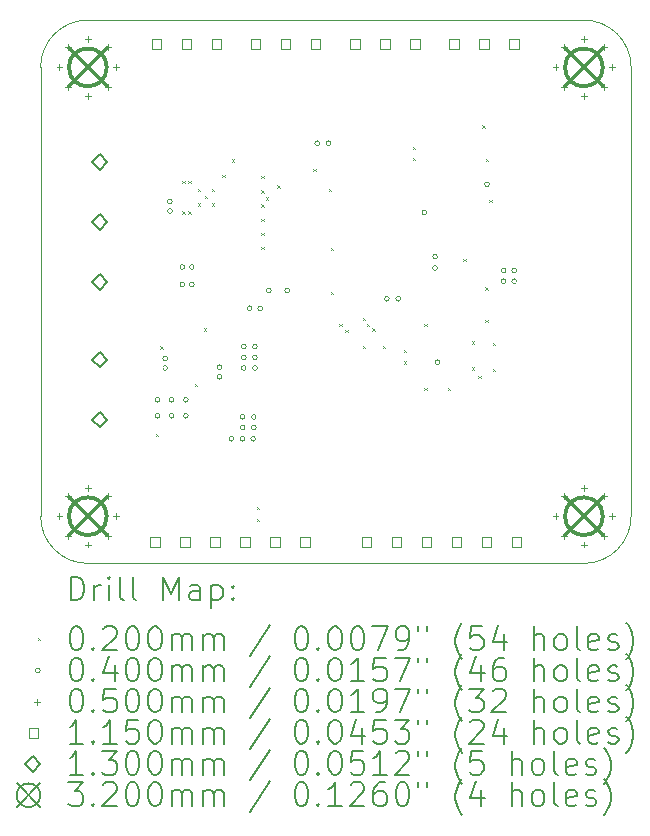
<source format=gbr>
%TF.GenerationSoftware,KiCad,Pcbnew,(6.0.7)*%
%TF.CreationDate,2022-10-13T18:06:49+02:00*%
%TF.ProjectId,TMC6300-dev,544d4336-3330-4302-9d64-65762e6b6963,rev?*%
%TF.SameCoordinates,Original*%
%TF.FileFunction,Drillmap*%
%TF.FilePolarity,Positive*%
%FSLAX45Y45*%
G04 Gerber Fmt 4.5, Leading zero omitted, Abs format (unit mm)*
G04 Created by KiCad (PCBNEW (6.0.7)) date 2022-10-13 18:06:49*
%MOMM*%
%LPD*%
G01*
G04 APERTURE LIST*
%ADD10C,0.050000*%
%ADD11C,0.200000*%
%ADD12C,0.020000*%
%ADD13C,0.040000*%
%ADD14C,0.115000*%
%ADD15C,0.130000*%
%ADD16C,0.320000*%
G04 APERTURE END LIST*
D10*
X17900000Y-12300000D02*
X13700000Y-12300000D01*
X13700000Y-7700000D02*
X17900000Y-7700000D01*
X13300000Y-11900000D02*
G75*
G03*
X13700000Y-12300000I400000J0D01*
G01*
X13700000Y-7700000D02*
G75*
G03*
X13300000Y-8100000I0J-400000D01*
G01*
X13300000Y-11900000D02*
X13300000Y-8100000D01*
X17900000Y-12300000D02*
G75*
G03*
X18300000Y-11900000I0J400000D01*
G01*
X18300000Y-8100000D02*
X18300000Y-11900000D01*
X18300000Y-8100000D02*
G75*
G03*
X17900000Y-7700000I-400000J0D01*
G01*
D11*
D12*
X14275000Y-11205000D02*
X14295000Y-11225000D01*
X14295000Y-11205000D02*
X14275000Y-11225000D01*
X14313000Y-10463000D02*
X14333000Y-10483000D01*
X14333000Y-10463000D02*
X14313000Y-10483000D01*
X14500000Y-9060000D02*
X14520000Y-9080000D01*
X14520000Y-9060000D02*
X14500000Y-9080000D01*
X14500000Y-9320000D02*
X14520000Y-9340000D01*
X14520000Y-9320000D02*
X14500000Y-9340000D01*
X14550000Y-9060000D02*
X14570000Y-9080000D01*
X14570000Y-9060000D02*
X14550000Y-9080000D01*
X14550000Y-9320000D02*
X14570000Y-9340000D01*
X14570000Y-9320000D02*
X14550000Y-9340000D01*
X14605000Y-10780000D02*
X14625000Y-10800000D01*
X14625000Y-10780000D02*
X14605000Y-10800000D01*
X14630000Y-9130000D02*
X14650000Y-9150000D01*
X14650000Y-9130000D02*
X14630000Y-9150000D01*
X14630000Y-9250000D02*
X14650000Y-9270000D01*
X14650000Y-9250000D02*
X14630000Y-9270000D01*
X14680000Y-10310000D02*
X14700000Y-10330000D01*
X14700000Y-10310000D02*
X14680000Y-10330000D01*
X14690000Y-9190000D02*
X14710000Y-9210000D01*
X14710000Y-9190000D02*
X14690000Y-9210000D01*
X14750000Y-9130000D02*
X14770000Y-9150000D01*
X14770000Y-9130000D02*
X14750000Y-9150000D01*
X14750000Y-9250000D02*
X14770000Y-9270000D01*
X14770000Y-9250000D02*
X14750000Y-9270000D01*
X14840000Y-9010000D02*
X14860000Y-9030000D01*
X14860000Y-9010000D02*
X14840000Y-9030000D01*
X14920000Y-8880000D02*
X14940000Y-8900000D01*
X14940000Y-8880000D02*
X14920000Y-8900000D01*
X15130000Y-11820000D02*
X15150000Y-11840000D01*
X15150000Y-11820000D02*
X15130000Y-11840000D01*
X15130000Y-11920000D02*
X15150000Y-11940000D01*
X15150000Y-11920000D02*
X15130000Y-11940000D01*
X15170000Y-9020000D02*
X15190000Y-9040000D01*
X15190000Y-9020000D02*
X15170000Y-9040000D01*
X15170000Y-9140000D02*
X15190000Y-9160000D01*
X15190000Y-9140000D02*
X15170000Y-9160000D01*
X15170000Y-9260000D02*
X15190000Y-9280000D01*
X15190000Y-9260000D02*
X15170000Y-9280000D01*
X15170000Y-9380000D02*
X15190000Y-9400000D01*
X15190000Y-9380000D02*
X15170000Y-9400000D01*
X15170000Y-9500000D02*
X15190000Y-9520000D01*
X15190000Y-9500000D02*
X15170000Y-9520000D01*
X15170000Y-9620000D02*
X15190000Y-9640000D01*
X15190000Y-9620000D02*
X15170000Y-9640000D01*
X15205000Y-9200000D02*
X15225000Y-9220000D01*
X15225000Y-9200000D02*
X15205000Y-9220000D01*
X15305000Y-9100000D02*
X15325000Y-9120000D01*
X15325000Y-9100000D02*
X15305000Y-9120000D01*
X15610000Y-8960000D02*
X15630000Y-8980000D01*
X15630000Y-8960000D02*
X15610000Y-8980000D01*
X15740000Y-9130000D02*
X15760000Y-9150000D01*
X15760000Y-9130000D02*
X15740000Y-9150000D01*
X15760000Y-9630000D02*
X15780000Y-9650000D01*
X15780000Y-9630000D02*
X15760000Y-9650000D01*
X15760000Y-10000000D02*
X15780000Y-10020000D01*
X15780000Y-10000000D02*
X15760000Y-10020000D01*
X15830000Y-10270000D02*
X15850000Y-10290000D01*
X15850000Y-10270000D02*
X15830000Y-10290000D01*
X15880000Y-10320000D02*
X15900000Y-10340000D01*
X15900000Y-10320000D02*
X15880000Y-10340000D01*
X16030000Y-10220000D02*
X16050000Y-10240000D01*
X16050000Y-10220000D02*
X16030000Y-10240000D01*
X16030000Y-10460000D02*
X16050000Y-10480000D01*
X16050000Y-10460000D02*
X16030000Y-10480000D01*
X16060000Y-10270000D02*
X16080000Y-10290000D01*
X16080000Y-10270000D02*
X16060000Y-10290000D01*
X16110000Y-10310000D02*
X16130000Y-10330000D01*
X16130000Y-10310000D02*
X16110000Y-10330000D01*
X16200000Y-10460000D02*
X16220000Y-10480000D01*
X16220000Y-10460000D02*
X16200000Y-10480000D01*
X16375000Y-10490000D02*
X16395000Y-10510000D01*
X16395000Y-10490000D02*
X16375000Y-10510000D01*
X16375000Y-10590000D02*
X16395000Y-10610000D01*
X16395000Y-10590000D02*
X16375000Y-10610000D01*
X16450000Y-8772000D02*
X16470000Y-8792000D01*
X16470000Y-8772000D02*
X16450000Y-8792000D01*
X16452000Y-8868000D02*
X16472000Y-8888000D01*
X16472000Y-8868000D02*
X16452000Y-8888000D01*
X16550000Y-10270000D02*
X16570000Y-10290000D01*
X16570000Y-10270000D02*
X16550000Y-10290000D01*
X16550000Y-10815000D02*
X16570000Y-10835000D01*
X16570000Y-10815000D02*
X16550000Y-10835000D01*
X16750000Y-10815000D02*
X16770000Y-10835000D01*
X16770000Y-10815000D02*
X16750000Y-10835000D01*
X16880000Y-9720000D02*
X16900000Y-9740000D01*
X16900000Y-9720000D02*
X16880000Y-9740000D01*
X16950000Y-10420000D02*
X16970000Y-10440000D01*
X16970000Y-10420000D02*
X16950000Y-10440000D01*
X16950000Y-10640000D02*
X16970000Y-10660000D01*
X16970000Y-10640000D02*
X16950000Y-10660000D01*
X17005000Y-10710000D02*
X17025000Y-10730000D01*
X17025000Y-10710000D02*
X17005000Y-10730000D01*
X17040000Y-8590000D02*
X17060000Y-8610000D01*
X17060000Y-8590000D02*
X17040000Y-8610000D01*
X17065000Y-9962000D02*
X17085000Y-9982000D01*
X17085000Y-9962000D02*
X17065000Y-9982000D01*
X17065000Y-10235000D02*
X17085000Y-10255000D01*
X17085000Y-10235000D02*
X17065000Y-10255000D01*
X17070000Y-8876000D02*
X17090000Y-8896000D01*
X17090000Y-8876000D02*
X17070000Y-8896000D01*
X17100000Y-9220000D02*
X17120000Y-9240000D01*
X17120000Y-9220000D02*
X17100000Y-9240000D01*
X17130000Y-10430000D02*
X17150000Y-10450000D01*
X17150000Y-10430000D02*
X17130000Y-10450000D01*
X17130000Y-10650000D02*
X17150000Y-10670000D01*
X17150000Y-10650000D02*
X17130000Y-10670000D01*
D13*
X14310000Y-10915000D02*
G75*
G03*
X14310000Y-10915000I-20000J0D01*
G01*
X14310000Y-11050000D02*
G75*
G03*
X14310000Y-11050000I-20000J0D01*
G01*
X14375000Y-10565000D02*
G75*
G03*
X14375000Y-10565000I-20000J0D01*
G01*
X14375000Y-10645000D02*
G75*
G03*
X14375000Y-10645000I-20000J0D01*
G01*
X14415000Y-9235000D02*
G75*
G03*
X14415000Y-9235000I-20000J0D01*
G01*
X14415000Y-9315000D02*
G75*
G03*
X14415000Y-9315000I-20000J0D01*
G01*
X14430000Y-10915000D02*
G75*
G03*
X14430000Y-10915000I-20000J0D01*
G01*
X14430000Y-11050000D02*
G75*
G03*
X14430000Y-11050000I-20000J0D01*
G01*
X14520000Y-9790000D02*
G75*
G03*
X14520000Y-9790000I-20000J0D01*
G01*
X14520000Y-9940000D02*
G75*
G03*
X14520000Y-9940000I-20000J0D01*
G01*
X14550000Y-10915000D02*
G75*
G03*
X14550000Y-10915000I-20000J0D01*
G01*
X14550000Y-11050000D02*
G75*
G03*
X14550000Y-11050000I-20000J0D01*
G01*
X14600000Y-9790000D02*
G75*
G03*
X14600000Y-9790000I-20000J0D01*
G01*
X14600000Y-9940000D02*
G75*
G03*
X14600000Y-9940000I-20000J0D01*
G01*
X14835000Y-10640000D02*
G75*
G03*
X14835000Y-10640000I-20000J0D01*
G01*
X14835000Y-10720000D02*
G75*
G03*
X14835000Y-10720000I-20000J0D01*
G01*
X14935000Y-11245000D02*
G75*
G03*
X14935000Y-11245000I-20000J0D01*
G01*
X15030000Y-11060000D02*
G75*
G03*
X15030000Y-11060000I-20000J0D01*
G01*
X15030000Y-11150000D02*
G75*
G03*
X15030000Y-11150000I-20000J0D01*
G01*
X15030000Y-11245000D02*
G75*
G03*
X15030000Y-11245000I-20000J0D01*
G01*
X15040000Y-10465000D02*
G75*
G03*
X15040000Y-10465000I-20000J0D01*
G01*
X15040000Y-10555000D02*
G75*
G03*
X15040000Y-10555000I-20000J0D01*
G01*
X15040000Y-10645000D02*
G75*
G03*
X15040000Y-10645000I-20000J0D01*
G01*
X15090000Y-10140000D02*
G75*
G03*
X15090000Y-10140000I-20000J0D01*
G01*
X15120000Y-11245000D02*
G75*
G03*
X15120000Y-11245000I-20000J0D01*
G01*
X15125000Y-11060000D02*
G75*
G03*
X15125000Y-11060000I-20000J0D01*
G01*
X15125000Y-11150000D02*
G75*
G03*
X15125000Y-11150000I-20000J0D01*
G01*
X15135000Y-10465000D02*
G75*
G03*
X15135000Y-10465000I-20000J0D01*
G01*
X15135000Y-10555000D02*
G75*
G03*
X15135000Y-10555000I-20000J0D01*
G01*
X15135000Y-10645000D02*
G75*
G03*
X15135000Y-10645000I-20000J0D01*
G01*
X15180000Y-10140000D02*
G75*
G03*
X15180000Y-10140000I-20000J0D01*
G01*
X15252500Y-9987500D02*
G75*
G03*
X15252500Y-9987500I-20000J0D01*
G01*
X15407500Y-9990000D02*
G75*
G03*
X15407500Y-9990000I-20000J0D01*
G01*
X15662000Y-8742000D02*
G75*
G03*
X15662000Y-8742000I-20000J0D01*
G01*
X15758000Y-8742000D02*
G75*
G03*
X15758000Y-8742000I-20000J0D01*
G01*
X16252000Y-10060000D02*
G75*
G03*
X16252000Y-10060000I-20000J0D01*
G01*
X16348000Y-10060000D02*
G75*
G03*
X16348000Y-10060000I-20000J0D01*
G01*
X16570000Y-9330000D02*
G75*
G03*
X16570000Y-9330000I-20000J0D01*
G01*
X16660000Y-9702000D02*
G75*
G03*
X16660000Y-9702000I-20000J0D01*
G01*
X16660000Y-9798000D02*
G75*
G03*
X16660000Y-9798000I-20000J0D01*
G01*
X16680000Y-10595000D02*
G75*
G03*
X16680000Y-10595000I-20000J0D01*
G01*
X17100000Y-9090000D02*
G75*
G03*
X17100000Y-9090000I-20000J0D01*
G01*
X17240000Y-9820000D02*
G75*
G03*
X17240000Y-9820000I-20000J0D01*
G01*
X17240000Y-9910000D02*
G75*
G03*
X17240000Y-9910000I-20000J0D01*
G01*
X17330000Y-9820000D02*
G75*
G03*
X17330000Y-9820000I-20000J0D01*
G01*
X17330000Y-9910000D02*
G75*
G03*
X17330000Y-9910000I-20000J0D01*
G01*
D10*
X13460000Y-8075000D02*
X13460000Y-8125000D01*
X13435000Y-8100000D02*
X13485000Y-8100000D01*
X13460000Y-11875000D02*
X13460000Y-11925000D01*
X13435000Y-11900000D02*
X13485000Y-11900000D01*
X13530294Y-7905294D02*
X13530294Y-7955294D01*
X13505294Y-7930294D02*
X13555294Y-7930294D01*
X13530294Y-8244706D02*
X13530294Y-8294706D01*
X13505294Y-8269706D02*
X13555294Y-8269706D01*
X13530294Y-11705294D02*
X13530294Y-11755294D01*
X13505294Y-11730294D02*
X13555294Y-11730294D01*
X13530294Y-12044706D02*
X13530294Y-12094706D01*
X13505294Y-12069706D02*
X13555294Y-12069706D01*
X13700000Y-7835000D02*
X13700000Y-7885000D01*
X13675000Y-7860000D02*
X13725000Y-7860000D01*
X13700000Y-8315000D02*
X13700000Y-8365000D01*
X13675000Y-8340000D02*
X13725000Y-8340000D01*
X13700000Y-11635000D02*
X13700000Y-11685000D01*
X13675000Y-11660000D02*
X13725000Y-11660000D01*
X13700000Y-12115000D02*
X13700000Y-12165000D01*
X13675000Y-12140000D02*
X13725000Y-12140000D01*
X13869706Y-7905294D02*
X13869706Y-7955294D01*
X13844706Y-7930294D02*
X13894706Y-7930294D01*
X13869706Y-8244706D02*
X13869706Y-8294706D01*
X13844706Y-8269706D02*
X13894706Y-8269706D01*
X13869706Y-11705294D02*
X13869706Y-11755294D01*
X13844706Y-11730294D02*
X13894706Y-11730294D01*
X13869706Y-12044706D02*
X13869706Y-12094706D01*
X13844706Y-12069706D02*
X13894706Y-12069706D01*
X13940000Y-8075000D02*
X13940000Y-8125000D01*
X13915000Y-8100000D02*
X13965000Y-8100000D01*
X13940000Y-11875000D02*
X13940000Y-11925000D01*
X13915000Y-11900000D02*
X13965000Y-11900000D01*
X17660000Y-8075000D02*
X17660000Y-8125000D01*
X17635000Y-8100000D02*
X17685000Y-8100000D01*
X17660000Y-11875000D02*
X17660000Y-11925000D01*
X17635000Y-11900000D02*
X17685000Y-11900000D01*
X17730294Y-7905294D02*
X17730294Y-7955294D01*
X17705294Y-7930294D02*
X17755294Y-7930294D01*
X17730294Y-8244706D02*
X17730294Y-8294706D01*
X17705294Y-8269706D02*
X17755294Y-8269706D01*
X17730294Y-11705294D02*
X17730294Y-11755294D01*
X17705294Y-11730294D02*
X17755294Y-11730294D01*
X17730294Y-12044706D02*
X17730294Y-12094706D01*
X17705294Y-12069706D02*
X17755294Y-12069706D01*
X17900000Y-7835000D02*
X17900000Y-7885000D01*
X17875000Y-7860000D02*
X17925000Y-7860000D01*
X17900000Y-8315000D02*
X17900000Y-8365000D01*
X17875000Y-8340000D02*
X17925000Y-8340000D01*
X17900000Y-11635000D02*
X17900000Y-11685000D01*
X17875000Y-11660000D02*
X17925000Y-11660000D01*
X17900000Y-12115000D02*
X17900000Y-12165000D01*
X17875000Y-12140000D02*
X17925000Y-12140000D01*
X18069706Y-7905294D02*
X18069706Y-7955294D01*
X18044706Y-7930294D02*
X18094706Y-7930294D01*
X18069706Y-8244706D02*
X18069706Y-8294706D01*
X18044706Y-8269706D02*
X18094706Y-8269706D01*
X18069706Y-11705294D02*
X18069706Y-11755294D01*
X18044706Y-11730294D02*
X18094706Y-11730294D01*
X18069706Y-12044706D02*
X18069706Y-12094706D01*
X18044706Y-12069706D02*
X18094706Y-12069706D01*
X18140000Y-8075000D02*
X18140000Y-8125000D01*
X18115000Y-8100000D02*
X18165000Y-8100000D01*
X18140000Y-11875000D02*
X18140000Y-11925000D01*
X18115000Y-11900000D02*
X18165000Y-11900000D01*
D14*
X14310659Y-12160659D02*
X14310659Y-12079341D01*
X14229341Y-12079341D01*
X14229341Y-12160659D01*
X14310659Y-12160659D01*
X14320659Y-7940659D02*
X14320659Y-7859341D01*
X14239341Y-7859341D01*
X14239341Y-7940659D01*
X14320659Y-7940659D01*
X14564659Y-12160659D02*
X14564659Y-12079341D01*
X14483341Y-12079341D01*
X14483341Y-12160659D01*
X14564659Y-12160659D01*
X14574659Y-7940659D02*
X14574659Y-7859341D01*
X14493341Y-7859341D01*
X14493341Y-7940659D01*
X14574659Y-7940659D01*
X14818659Y-12160659D02*
X14818659Y-12079341D01*
X14737341Y-12079341D01*
X14737341Y-12160659D01*
X14818659Y-12160659D01*
X14828659Y-7940659D02*
X14828659Y-7859341D01*
X14747341Y-7859341D01*
X14747341Y-7940659D01*
X14828659Y-7940659D01*
X15072659Y-12160659D02*
X15072659Y-12079341D01*
X14991341Y-12079341D01*
X14991341Y-12160659D01*
X15072659Y-12160659D01*
X15160659Y-7940659D02*
X15160659Y-7859341D01*
X15079341Y-7859341D01*
X15079341Y-7940659D01*
X15160659Y-7940659D01*
X15326659Y-12160659D02*
X15326659Y-12079341D01*
X15245341Y-12079341D01*
X15245341Y-12160659D01*
X15326659Y-12160659D01*
X15414659Y-7940659D02*
X15414659Y-7859341D01*
X15333341Y-7859341D01*
X15333341Y-7940659D01*
X15414659Y-7940659D01*
X15580659Y-12160659D02*
X15580659Y-12079341D01*
X15499341Y-12079341D01*
X15499341Y-12160659D01*
X15580659Y-12160659D01*
X15668659Y-7940659D02*
X15668659Y-7859341D01*
X15587341Y-7859341D01*
X15587341Y-7940659D01*
X15668659Y-7940659D01*
X16000659Y-7940659D02*
X16000659Y-7859341D01*
X15919341Y-7859341D01*
X15919341Y-7940659D01*
X16000659Y-7940659D01*
X16100659Y-12160659D02*
X16100659Y-12079341D01*
X16019341Y-12079341D01*
X16019341Y-12160659D01*
X16100659Y-12160659D01*
X16254659Y-7940659D02*
X16254659Y-7859341D01*
X16173341Y-7859341D01*
X16173341Y-7940659D01*
X16254659Y-7940659D01*
X16354659Y-12160659D02*
X16354659Y-12079341D01*
X16273341Y-12079341D01*
X16273341Y-12160659D01*
X16354659Y-12160659D01*
X16508659Y-7940659D02*
X16508659Y-7859341D01*
X16427341Y-7859341D01*
X16427341Y-7940659D01*
X16508659Y-7940659D01*
X16608659Y-12160659D02*
X16608659Y-12079341D01*
X16527341Y-12079341D01*
X16527341Y-12160659D01*
X16608659Y-12160659D01*
X16840659Y-7940659D02*
X16840659Y-7859341D01*
X16759341Y-7859341D01*
X16759341Y-7940659D01*
X16840659Y-7940659D01*
X16862659Y-12160659D02*
X16862659Y-12079341D01*
X16781341Y-12079341D01*
X16781341Y-12160659D01*
X16862659Y-12160659D01*
X17094659Y-7940659D02*
X17094659Y-7859341D01*
X17013341Y-7859341D01*
X17013341Y-7940659D01*
X17094659Y-7940659D01*
X17116659Y-12160659D02*
X17116659Y-12079341D01*
X17035341Y-12079341D01*
X17035341Y-12160659D01*
X17116659Y-12160659D01*
X17348659Y-7940659D02*
X17348659Y-7859341D01*
X17267341Y-7859341D01*
X17267341Y-7940659D01*
X17348659Y-7940659D01*
X17370659Y-12160659D02*
X17370659Y-12079341D01*
X17289341Y-12079341D01*
X17289341Y-12160659D01*
X17370659Y-12160659D01*
D15*
X13800000Y-8967000D02*
X13865000Y-8902000D01*
X13800000Y-8837000D01*
X13735000Y-8902000D01*
X13800000Y-8967000D01*
X13800000Y-9475000D02*
X13865000Y-9410000D01*
X13800000Y-9345000D01*
X13735000Y-9410000D01*
X13800000Y-9475000D01*
X13800000Y-9983000D02*
X13865000Y-9918000D01*
X13800000Y-9853000D01*
X13735000Y-9918000D01*
X13800000Y-9983000D01*
X13800000Y-10641000D02*
X13865000Y-10576000D01*
X13800000Y-10511000D01*
X13735000Y-10576000D01*
X13800000Y-10641000D01*
X13800000Y-11149000D02*
X13865000Y-11084000D01*
X13800000Y-11019000D01*
X13735000Y-11084000D01*
X13800000Y-11149000D01*
D16*
X13540000Y-7940000D02*
X13860000Y-8260000D01*
X13860000Y-7940000D02*
X13540000Y-8260000D01*
X13860000Y-8100000D02*
G75*
G03*
X13860000Y-8100000I-160000J0D01*
G01*
X13540000Y-11740000D02*
X13860000Y-12060000D01*
X13860000Y-11740000D02*
X13540000Y-12060000D01*
X13860000Y-11900000D02*
G75*
G03*
X13860000Y-11900000I-160000J0D01*
G01*
X17740000Y-7940000D02*
X18060000Y-8260000D01*
X18060000Y-7940000D02*
X17740000Y-8260000D01*
X18060000Y-8100000D02*
G75*
G03*
X18060000Y-8100000I-160000J0D01*
G01*
X17740000Y-11740000D02*
X18060000Y-12060000D01*
X18060000Y-11740000D02*
X17740000Y-12060000D01*
X18060000Y-11900000D02*
G75*
G03*
X18060000Y-11900000I-160000J0D01*
G01*
D11*
X13555119Y-12612976D02*
X13555119Y-12412976D01*
X13602738Y-12412976D01*
X13631309Y-12422500D01*
X13650357Y-12441548D01*
X13659881Y-12460595D01*
X13669405Y-12498690D01*
X13669405Y-12527262D01*
X13659881Y-12565357D01*
X13650357Y-12584405D01*
X13631309Y-12603452D01*
X13602738Y-12612976D01*
X13555119Y-12612976D01*
X13755119Y-12612976D02*
X13755119Y-12479643D01*
X13755119Y-12517738D02*
X13764643Y-12498690D01*
X13774167Y-12489167D01*
X13793214Y-12479643D01*
X13812262Y-12479643D01*
X13878928Y-12612976D02*
X13878928Y-12479643D01*
X13878928Y-12412976D02*
X13869405Y-12422500D01*
X13878928Y-12432024D01*
X13888452Y-12422500D01*
X13878928Y-12412976D01*
X13878928Y-12432024D01*
X14002738Y-12612976D02*
X13983690Y-12603452D01*
X13974167Y-12584405D01*
X13974167Y-12412976D01*
X14107500Y-12612976D02*
X14088452Y-12603452D01*
X14078928Y-12584405D01*
X14078928Y-12412976D01*
X14336071Y-12612976D02*
X14336071Y-12412976D01*
X14402738Y-12555833D01*
X14469405Y-12412976D01*
X14469405Y-12612976D01*
X14650357Y-12612976D02*
X14650357Y-12508214D01*
X14640833Y-12489167D01*
X14621786Y-12479643D01*
X14583690Y-12479643D01*
X14564643Y-12489167D01*
X14650357Y-12603452D02*
X14631309Y-12612976D01*
X14583690Y-12612976D01*
X14564643Y-12603452D01*
X14555119Y-12584405D01*
X14555119Y-12565357D01*
X14564643Y-12546309D01*
X14583690Y-12536786D01*
X14631309Y-12536786D01*
X14650357Y-12527262D01*
X14745595Y-12479643D02*
X14745595Y-12679643D01*
X14745595Y-12489167D02*
X14764643Y-12479643D01*
X14802738Y-12479643D01*
X14821786Y-12489167D01*
X14831309Y-12498690D01*
X14840833Y-12517738D01*
X14840833Y-12574881D01*
X14831309Y-12593928D01*
X14821786Y-12603452D01*
X14802738Y-12612976D01*
X14764643Y-12612976D01*
X14745595Y-12603452D01*
X14926548Y-12593928D02*
X14936071Y-12603452D01*
X14926548Y-12612976D01*
X14917024Y-12603452D01*
X14926548Y-12593928D01*
X14926548Y-12612976D01*
X14926548Y-12489167D02*
X14936071Y-12498690D01*
X14926548Y-12508214D01*
X14917024Y-12498690D01*
X14926548Y-12489167D01*
X14926548Y-12508214D01*
D12*
X13277500Y-12932500D02*
X13297500Y-12952500D01*
X13297500Y-12932500D02*
X13277500Y-12952500D01*
D11*
X13593214Y-12832976D02*
X13612262Y-12832976D01*
X13631309Y-12842500D01*
X13640833Y-12852024D01*
X13650357Y-12871071D01*
X13659881Y-12909167D01*
X13659881Y-12956786D01*
X13650357Y-12994881D01*
X13640833Y-13013928D01*
X13631309Y-13023452D01*
X13612262Y-13032976D01*
X13593214Y-13032976D01*
X13574167Y-13023452D01*
X13564643Y-13013928D01*
X13555119Y-12994881D01*
X13545595Y-12956786D01*
X13545595Y-12909167D01*
X13555119Y-12871071D01*
X13564643Y-12852024D01*
X13574167Y-12842500D01*
X13593214Y-12832976D01*
X13745595Y-13013928D02*
X13755119Y-13023452D01*
X13745595Y-13032976D01*
X13736071Y-13023452D01*
X13745595Y-13013928D01*
X13745595Y-13032976D01*
X13831309Y-12852024D02*
X13840833Y-12842500D01*
X13859881Y-12832976D01*
X13907500Y-12832976D01*
X13926548Y-12842500D01*
X13936071Y-12852024D01*
X13945595Y-12871071D01*
X13945595Y-12890119D01*
X13936071Y-12918690D01*
X13821786Y-13032976D01*
X13945595Y-13032976D01*
X14069405Y-12832976D02*
X14088452Y-12832976D01*
X14107500Y-12842500D01*
X14117024Y-12852024D01*
X14126548Y-12871071D01*
X14136071Y-12909167D01*
X14136071Y-12956786D01*
X14126548Y-12994881D01*
X14117024Y-13013928D01*
X14107500Y-13023452D01*
X14088452Y-13032976D01*
X14069405Y-13032976D01*
X14050357Y-13023452D01*
X14040833Y-13013928D01*
X14031309Y-12994881D01*
X14021786Y-12956786D01*
X14021786Y-12909167D01*
X14031309Y-12871071D01*
X14040833Y-12852024D01*
X14050357Y-12842500D01*
X14069405Y-12832976D01*
X14259881Y-12832976D02*
X14278928Y-12832976D01*
X14297976Y-12842500D01*
X14307500Y-12852024D01*
X14317024Y-12871071D01*
X14326548Y-12909167D01*
X14326548Y-12956786D01*
X14317024Y-12994881D01*
X14307500Y-13013928D01*
X14297976Y-13023452D01*
X14278928Y-13032976D01*
X14259881Y-13032976D01*
X14240833Y-13023452D01*
X14231309Y-13013928D01*
X14221786Y-12994881D01*
X14212262Y-12956786D01*
X14212262Y-12909167D01*
X14221786Y-12871071D01*
X14231309Y-12852024D01*
X14240833Y-12842500D01*
X14259881Y-12832976D01*
X14412262Y-13032976D02*
X14412262Y-12899643D01*
X14412262Y-12918690D02*
X14421786Y-12909167D01*
X14440833Y-12899643D01*
X14469405Y-12899643D01*
X14488452Y-12909167D01*
X14497976Y-12928214D01*
X14497976Y-13032976D01*
X14497976Y-12928214D02*
X14507500Y-12909167D01*
X14526548Y-12899643D01*
X14555119Y-12899643D01*
X14574167Y-12909167D01*
X14583690Y-12928214D01*
X14583690Y-13032976D01*
X14678928Y-13032976D02*
X14678928Y-12899643D01*
X14678928Y-12918690D02*
X14688452Y-12909167D01*
X14707500Y-12899643D01*
X14736071Y-12899643D01*
X14755119Y-12909167D01*
X14764643Y-12928214D01*
X14764643Y-13032976D01*
X14764643Y-12928214D02*
X14774167Y-12909167D01*
X14793214Y-12899643D01*
X14821786Y-12899643D01*
X14840833Y-12909167D01*
X14850357Y-12928214D01*
X14850357Y-13032976D01*
X15240833Y-12823452D02*
X15069405Y-13080595D01*
X15497976Y-12832976D02*
X15517024Y-12832976D01*
X15536071Y-12842500D01*
X15545595Y-12852024D01*
X15555119Y-12871071D01*
X15564643Y-12909167D01*
X15564643Y-12956786D01*
X15555119Y-12994881D01*
X15545595Y-13013928D01*
X15536071Y-13023452D01*
X15517024Y-13032976D01*
X15497976Y-13032976D01*
X15478928Y-13023452D01*
X15469405Y-13013928D01*
X15459881Y-12994881D01*
X15450357Y-12956786D01*
X15450357Y-12909167D01*
X15459881Y-12871071D01*
X15469405Y-12852024D01*
X15478928Y-12842500D01*
X15497976Y-12832976D01*
X15650357Y-13013928D02*
X15659881Y-13023452D01*
X15650357Y-13032976D01*
X15640833Y-13023452D01*
X15650357Y-13013928D01*
X15650357Y-13032976D01*
X15783690Y-12832976D02*
X15802738Y-12832976D01*
X15821786Y-12842500D01*
X15831309Y-12852024D01*
X15840833Y-12871071D01*
X15850357Y-12909167D01*
X15850357Y-12956786D01*
X15840833Y-12994881D01*
X15831309Y-13013928D01*
X15821786Y-13023452D01*
X15802738Y-13032976D01*
X15783690Y-13032976D01*
X15764643Y-13023452D01*
X15755119Y-13013928D01*
X15745595Y-12994881D01*
X15736071Y-12956786D01*
X15736071Y-12909167D01*
X15745595Y-12871071D01*
X15755119Y-12852024D01*
X15764643Y-12842500D01*
X15783690Y-12832976D01*
X15974167Y-12832976D02*
X15993214Y-12832976D01*
X16012262Y-12842500D01*
X16021786Y-12852024D01*
X16031309Y-12871071D01*
X16040833Y-12909167D01*
X16040833Y-12956786D01*
X16031309Y-12994881D01*
X16021786Y-13013928D01*
X16012262Y-13023452D01*
X15993214Y-13032976D01*
X15974167Y-13032976D01*
X15955119Y-13023452D01*
X15945595Y-13013928D01*
X15936071Y-12994881D01*
X15926548Y-12956786D01*
X15926548Y-12909167D01*
X15936071Y-12871071D01*
X15945595Y-12852024D01*
X15955119Y-12842500D01*
X15974167Y-12832976D01*
X16107500Y-12832976D02*
X16240833Y-12832976D01*
X16155119Y-13032976D01*
X16326548Y-13032976D02*
X16364643Y-13032976D01*
X16383690Y-13023452D01*
X16393214Y-13013928D01*
X16412262Y-12985357D01*
X16421786Y-12947262D01*
X16421786Y-12871071D01*
X16412262Y-12852024D01*
X16402738Y-12842500D01*
X16383690Y-12832976D01*
X16345595Y-12832976D01*
X16326548Y-12842500D01*
X16317024Y-12852024D01*
X16307500Y-12871071D01*
X16307500Y-12918690D01*
X16317024Y-12937738D01*
X16326548Y-12947262D01*
X16345595Y-12956786D01*
X16383690Y-12956786D01*
X16402738Y-12947262D01*
X16412262Y-12937738D01*
X16421786Y-12918690D01*
X16497976Y-12832976D02*
X16497976Y-12871071D01*
X16574167Y-12832976D02*
X16574167Y-12871071D01*
X16869405Y-13109167D02*
X16859881Y-13099643D01*
X16840833Y-13071071D01*
X16831310Y-13052024D01*
X16821786Y-13023452D01*
X16812262Y-12975833D01*
X16812262Y-12937738D01*
X16821786Y-12890119D01*
X16831310Y-12861548D01*
X16840833Y-12842500D01*
X16859881Y-12813928D01*
X16869405Y-12804405D01*
X17040833Y-12832976D02*
X16945595Y-12832976D01*
X16936071Y-12928214D01*
X16945595Y-12918690D01*
X16964643Y-12909167D01*
X17012262Y-12909167D01*
X17031310Y-12918690D01*
X17040833Y-12928214D01*
X17050357Y-12947262D01*
X17050357Y-12994881D01*
X17040833Y-13013928D01*
X17031310Y-13023452D01*
X17012262Y-13032976D01*
X16964643Y-13032976D01*
X16945595Y-13023452D01*
X16936071Y-13013928D01*
X17221786Y-12899643D02*
X17221786Y-13032976D01*
X17174167Y-12823452D02*
X17126548Y-12966309D01*
X17250357Y-12966309D01*
X17478929Y-13032976D02*
X17478929Y-12832976D01*
X17564643Y-13032976D02*
X17564643Y-12928214D01*
X17555119Y-12909167D01*
X17536071Y-12899643D01*
X17507500Y-12899643D01*
X17488452Y-12909167D01*
X17478929Y-12918690D01*
X17688452Y-13032976D02*
X17669405Y-13023452D01*
X17659881Y-13013928D01*
X17650357Y-12994881D01*
X17650357Y-12937738D01*
X17659881Y-12918690D01*
X17669405Y-12909167D01*
X17688452Y-12899643D01*
X17717024Y-12899643D01*
X17736071Y-12909167D01*
X17745595Y-12918690D01*
X17755119Y-12937738D01*
X17755119Y-12994881D01*
X17745595Y-13013928D01*
X17736071Y-13023452D01*
X17717024Y-13032976D01*
X17688452Y-13032976D01*
X17869405Y-13032976D02*
X17850357Y-13023452D01*
X17840833Y-13004405D01*
X17840833Y-12832976D01*
X18021786Y-13023452D02*
X18002738Y-13032976D01*
X17964643Y-13032976D01*
X17945595Y-13023452D01*
X17936071Y-13004405D01*
X17936071Y-12928214D01*
X17945595Y-12909167D01*
X17964643Y-12899643D01*
X18002738Y-12899643D01*
X18021786Y-12909167D01*
X18031310Y-12928214D01*
X18031310Y-12947262D01*
X17936071Y-12966309D01*
X18107500Y-13023452D02*
X18126548Y-13032976D01*
X18164643Y-13032976D01*
X18183690Y-13023452D01*
X18193214Y-13004405D01*
X18193214Y-12994881D01*
X18183690Y-12975833D01*
X18164643Y-12966309D01*
X18136071Y-12966309D01*
X18117024Y-12956786D01*
X18107500Y-12937738D01*
X18107500Y-12928214D01*
X18117024Y-12909167D01*
X18136071Y-12899643D01*
X18164643Y-12899643D01*
X18183690Y-12909167D01*
X18259881Y-13109167D02*
X18269405Y-13099643D01*
X18288452Y-13071071D01*
X18297976Y-13052024D01*
X18307500Y-13023452D01*
X18317024Y-12975833D01*
X18317024Y-12937738D01*
X18307500Y-12890119D01*
X18297976Y-12861548D01*
X18288452Y-12842500D01*
X18269405Y-12813928D01*
X18259881Y-12804405D01*
D13*
X13297500Y-13206500D02*
G75*
G03*
X13297500Y-13206500I-20000J0D01*
G01*
D11*
X13593214Y-13096976D02*
X13612262Y-13096976D01*
X13631309Y-13106500D01*
X13640833Y-13116024D01*
X13650357Y-13135071D01*
X13659881Y-13173167D01*
X13659881Y-13220786D01*
X13650357Y-13258881D01*
X13640833Y-13277928D01*
X13631309Y-13287452D01*
X13612262Y-13296976D01*
X13593214Y-13296976D01*
X13574167Y-13287452D01*
X13564643Y-13277928D01*
X13555119Y-13258881D01*
X13545595Y-13220786D01*
X13545595Y-13173167D01*
X13555119Y-13135071D01*
X13564643Y-13116024D01*
X13574167Y-13106500D01*
X13593214Y-13096976D01*
X13745595Y-13277928D02*
X13755119Y-13287452D01*
X13745595Y-13296976D01*
X13736071Y-13287452D01*
X13745595Y-13277928D01*
X13745595Y-13296976D01*
X13926548Y-13163643D02*
X13926548Y-13296976D01*
X13878928Y-13087452D02*
X13831309Y-13230309D01*
X13955119Y-13230309D01*
X14069405Y-13096976D02*
X14088452Y-13096976D01*
X14107500Y-13106500D01*
X14117024Y-13116024D01*
X14126548Y-13135071D01*
X14136071Y-13173167D01*
X14136071Y-13220786D01*
X14126548Y-13258881D01*
X14117024Y-13277928D01*
X14107500Y-13287452D01*
X14088452Y-13296976D01*
X14069405Y-13296976D01*
X14050357Y-13287452D01*
X14040833Y-13277928D01*
X14031309Y-13258881D01*
X14021786Y-13220786D01*
X14021786Y-13173167D01*
X14031309Y-13135071D01*
X14040833Y-13116024D01*
X14050357Y-13106500D01*
X14069405Y-13096976D01*
X14259881Y-13096976D02*
X14278928Y-13096976D01*
X14297976Y-13106500D01*
X14307500Y-13116024D01*
X14317024Y-13135071D01*
X14326548Y-13173167D01*
X14326548Y-13220786D01*
X14317024Y-13258881D01*
X14307500Y-13277928D01*
X14297976Y-13287452D01*
X14278928Y-13296976D01*
X14259881Y-13296976D01*
X14240833Y-13287452D01*
X14231309Y-13277928D01*
X14221786Y-13258881D01*
X14212262Y-13220786D01*
X14212262Y-13173167D01*
X14221786Y-13135071D01*
X14231309Y-13116024D01*
X14240833Y-13106500D01*
X14259881Y-13096976D01*
X14412262Y-13296976D02*
X14412262Y-13163643D01*
X14412262Y-13182690D02*
X14421786Y-13173167D01*
X14440833Y-13163643D01*
X14469405Y-13163643D01*
X14488452Y-13173167D01*
X14497976Y-13192214D01*
X14497976Y-13296976D01*
X14497976Y-13192214D02*
X14507500Y-13173167D01*
X14526548Y-13163643D01*
X14555119Y-13163643D01*
X14574167Y-13173167D01*
X14583690Y-13192214D01*
X14583690Y-13296976D01*
X14678928Y-13296976D02*
X14678928Y-13163643D01*
X14678928Y-13182690D02*
X14688452Y-13173167D01*
X14707500Y-13163643D01*
X14736071Y-13163643D01*
X14755119Y-13173167D01*
X14764643Y-13192214D01*
X14764643Y-13296976D01*
X14764643Y-13192214D02*
X14774167Y-13173167D01*
X14793214Y-13163643D01*
X14821786Y-13163643D01*
X14840833Y-13173167D01*
X14850357Y-13192214D01*
X14850357Y-13296976D01*
X15240833Y-13087452D02*
X15069405Y-13344595D01*
X15497976Y-13096976D02*
X15517024Y-13096976D01*
X15536071Y-13106500D01*
X15545595Y-13116024D01*
X15555119Y-13135071D01*
X15564643Y-13173167D01*
X15564643Y-13220786D01*
X15555119Y-13258881D01*
X15545595Y-13277928D01*
X15536071Y-13287452D01*
X15517024Y-13296976D01*
X15497976Y-13296976D01*
X15478928Y-13287452D01*
X15469405Y-13277928D01*
X15459881Y-13258881D01*
X15450357Y-13220786D01*
X15450357Y-13173167D01*
X15459881Y-13135071D01*
X15469405Y-13116024D01*
X15478928Y-13106500D01*
X15497976Y-13096976D01*
X15650357Y-13277928D02*
X15659881Y-13287452D01*
X15650357Y-13296976D01*
X15640833Y-13287452D01*
X15650357Y-13277928D01*
X15650357Y-13296976D01*
X15783690Y-13096976D02*
X15802738Y-13096976D01*
X15821786Y-13106500D01*
X15831309Y-13116024D01*
X15840833Y-13135071D01*
X15850357Y-13173167D01*
X15850357Y-13220786D01*
X15840833Y-13258881D01*
X15831309Y-13277928D01*
X15821786Y-13287452D01*
X15802738Y-13296976D01*
X15783690Y-13296976D01*
X15764643Y-13287452D01*
X15755119Y-13277928D01*
X15745595Y-13258881D01*
X15736071Y-13220786D01*
X15736071Y-13173167D01*
X15745595Y-13135071D01*
X15755119Y-13116024D01*
X15764643Y-13106500D01*
X15783690Y-13096976D01*
X16040833Y-13296976D02*
X15926548Y-13296976D01*
X15983690Y-13296976D02*
X15983690Y-13096976D01*
X15964643Y-13125548D01*
X15945595Y-13144595D01*
X15926548Y-13154119D01*
X16221786Y-13096976D02*
X16126548Y-13096976D01*
X16117024Y-13192214D01*
X16126548Y-13182690D01*
X16145595Y-13173167D01*
X16193214Y-13173167D01*
X16212262Y-13182690D01*
X16221786Y-13192214D01*
X16231309Y-13211262D01*
X16231309Y-13258881D01*
X16221786Y-13277928D01*
X16212262Y-13287452D01*
X16193214Y-13296976D01*
X16145595Y-13296976D01*
X16126548Y-13287452D01*
X16117024Y-13277928D01*
X16297976Y-13096976D02*
X16431309Y-13096976D01*
X16345595Y-13296976D01*
X16497976Y-13096976D02*
X16497976Y-13135071D01*
X16574167Y-13096976D02*
X16574167Y-13135071D01*
X16869405Y-13373167D02*
X16859881Y-13363643D01*
X16840833Y-13335071D01*
X16831310Y-13316024D01*
X16821786Y-13287452D01*
X16812262Y-13239833D01*
X16812262Y-13201738D01*
X16821786Y-13154119D01*
X16831310Y-13125548D01*
X16840833Y-13106500D01*
X16859881Y-13077928D01*
X16869405Y-13068405D01*
X17031310Y-13163643D02*
X17031310Y-13296976D01*
X16983690Y-13087452D02*
X16936071Y-13230309D01*
X17059881Y-13230309D01*
X17221786Y-13096976D02*
X17183690Y-13096976D01*
X17164643Y-13106500D01*
X17155119Y-13116024D01*
X17136071Y-13144595D01*
X17126548Y-13182690D01*
X17126548Y-13258881D01*
X17136071Y-13277928D01*
X17145595Y-13287452D01*
X17164643Y-13296976D01*
X17202738Y-13296976D01*
X17221786Y-13287452D01*
X17231310Y-13277928D01*
X17240833Y-13258881D01*
X17240833Y-13211262D01*
X17231310Y-13192214D01*
X17221786Y-13182690D01*
X17202738Y-13173167D01*
X17164643Y-13173167D01*
X17145595Y-13182690D01*
X17136071Y-13192214D01*
X17126548Y-13211262D01*
X17478929Y-13296976D02*
X17478929Y-13096976D01*
X17564643Y-13296976D02*
X17564643Y-13192214D01*
X17555119Y-13173167D01*
X17536071Y-13163643D01*
X17507500Y-13163643D01*
X17488452Y-13173167D01*
X17478929Y-13182690D01*
X17688452Y-13296976D02*
X17669405Y-13287452D01*
X17659881Y-13277928D01*
X17650357Y-13258881D01*
X17650357Y-13201738D01*
X17659881Y-13182690D01*
X17669405Y-13173167D01*
X17688452Y-13163643D01*
X17717024Y-13163643D01*
X17736071Y-13173167D01*
X17745595Y-13182690D01*
X17755119Y-13201738D01*
X17755119Y-13258881D01*
X17745595Y-13277928D01*
X17736071Y-13287452D01*
X17717024Y-13296976D01*
X17688452Y-13296976D01*
X17869405Y-13296976D02*
X17850357Y-13287452D01*
X17840833Y-13268405D01*
X17840833Y-13096976D01*
X18021786Y-13287452D02*
X18002738Y-13296976D01*
X17964643Y-13296976D01*
X17945595Y-13287452D01*
X17936071Y-13268405D01*
X17936071Y-13192214D01*
X17945595Y-13173167D01*
X17964643Y-13163643D01*
X18002738Y-13163643D01*
X18021786Y-13173167D01*
X18031310Y-13192214D01*
X18031310Y-13211262D01*
X17936071Y-13230309D01*
X18107500Y-13287452D02*
X18126548Y-13296976D01*
X18164643Y-13296976D01*
X18183690Y-13287452D01*
X18193214Y-13268405D01*
X18193214Y-13258881D01*
X18183690Y-13239833D01*
X18164643Y-13230309D01*
X18136071Y-13230309D01*
X18117024Y-13220786D01*
X18107500Y-13201738D01*
X18107500Y-13192214D01*
X18117024Y-13173167D01*
X18136071Y-13163643D01*
X18164643Y-13163643D01*
X18183690Y-13173167D01*
X18259881Y-13373167D02*
X18269405Y-13363643D01*
X18288452Y-13335071D01*
X18297976Y-13316024D01*
X18307500Y-13287452D01*
X18317024Y-13239833D01*
X18317024Y-13201738D01*
X18307500Y-13154119D01*
X18297976Y-13125548D01*
X18288452Y-13106500D01*
X18269405Y-13077928D01*
X18259881Y-13068405D01*
D10*
X13272500Y-13445500D02*
X13272500Y-13495500D01*
X13247500Y-13470500D02*
X13297500Y-13470500D01*
D11*
X13593214Y-13360976D02*
X13612262Y-13360976D01*
X13631309Y-13370500D01*
X13640833Y-13380024D01*
X13650357Y-13399071D01*
X13659881Y-13437167D01*
X13659881Y-13484786D01*
X13650357Y-13522881D01*
X13640833Y-13541928D01*
X13631309Y-13551452D01*
X13612262Y-13560976D01*
X13593214Y-13560976D01*
X13574167Y-13551452D01*
X13564643Y-13541928D01*
X13555119Y-13522881D01*
X13545595Y-13484786D01*
X13545595Y-13437167D01*
X13555119Y-13399071D01*
X13564643Y-13380024D01*
X13574167Y-13370500D01*
X13593214Y-13360976D01*
X13745595Y-13541928D02*
X13755119Y-13551452D01*
X13745595Y-13560976D01*
X13736071Y-13551452D01*
X13745595Y-13541928D01*
X13745595Y-13560976D01*
X13936071Y-13360976D02*
X13840833Y-13360976D01*
X13831309Y-13456214D01*
X13840833Y-13446690D01*
X13859881Y-13437167D01*
X13907500Y-13437167D01*
X13926548Y-13446690D01*
X13936071Y-13456214D01*
X13945595Y-13475262D01*
X13945595Y-13522881D01*
X13936071Y-13541928D01*
X13926548Y-13551452D01*
X13907500Y-13560976D01*
X13859881Y-13560976D01*
X13840833Y-13551452D01*
X13831309Y-13541928D01*
X14069405Y-13360976D02*
X14088452Y-13360976D01*
X14107500Y-13370500D01*
X14117024Y-13380024D01*
X14126548Y-13399071D01*
X14136071Y-13437167D01*
X14136071Y-13484786D01*
X14126548Y-13522881D01*
X14117024Y-13541928D01*
X14107500Y-13551452D01*
X14088452Y-13560976D01*
X14069405Y-13560976D01*
X14050357Y-13551452D01*
X14040833Y-13541928D01*
X14031309Y-13522881D01*
X14021786Y-13484786D01*
X14021786Y-13437167D01*
X14031309Y-13399071D01*
X14040833Y-13380024D01*
X14050357Y-13370500D01*
X14069405Y-13360976D01*
X14259881Y-13360976D02*
X14278928Y-13360976D01*
X14297976Y-13370500D01*
X14307500Y-13380024D01*
X14317024Y-13399071D01*
X14326548Y-13437167D01*
X14326548Y-13484786D01*
X14317024Y-13522881D01*
X14307500Y-13541928D01*
X14297976Y-13551452D01*
X14278928Y-13560976D01*
X14259881Y-13560976D01*
X14240833Y-13551452D01*
X14231309Y-13541928D01*
X14221786Y-13522881D01*
X14212262Y-13484786D01*
X14212262Y-13437167D01*
X14221786Y-13399071D01*
X14231309Y-13380024D01*
X14240833Y-13370500D01*
X14259881Y-13360976D01*
X14412262Y-13560976D02*
X14412262Y-13427643D01*
X14412262Y-13446690D02*
X14421786Y-13437167D01*
X14440833Y-13427643D01*
X14469405Y-13427643D01*
X14488452Y-13437167D01*
X14497976Y-13456214D01*
X14497976Y-13560976D01*
X14497976Y-13456214D02*
X14507500Y-13437167D01*
X14526548Y-13427643D01*
X14555119Y-13427643D01*
X14574167Y-13437167D01*
X14583690Y-13456214D01*
X14583690Y-13560976D01*
X14678928Y-13560976D02*
X14678928Y-13427643D01*
X14678928Y-13446690D02*
X14688452Y-13437167D01*
X14707500Y-13427643D01*
X14736071Y-13427643D01*
X14755119Y-13437167D01*
X14764643Y-13456214D01*
X14764643Y-13560976D01*
X14764643Y-13456214D02*
X14774167Y-13437167D01*
X14793214Y-13427643D01*
X14821786Y-13427643D01*
X14840833Y-13437167D01*
X14850357Y-13456214D01*
X14850357Y-13560976D01*
X15240833Y-13351452D02*
X15069405Y-13608595D01*
X15497976Y-13360976D02*
X15517024Y-13360976D01*
X15536071Y-13370500D01*
X15545595Y-13380024D01*
X15555119Y-13399071D01*
X15564643Y-13437167D01*
X15564643Y-13484786D01*
X15555119Y-13522881D01*
X15545595Y-13541928D01*
X15536071Y-13551452D01*
X15517024Y-13560976D01*
X15497976Y-13560976D01*
X15478928Y-13551452D01*
X15469405Y-13541928D01*
X15459881Y-13522881D01*
X15450357Y-13484786D01*
X15450357Y-13437167D01*
X15459881Y-13399071D01*
X15469405Y-13380024D01*
X15478928Y-13370500D01*
X15497976Y-13360976D01*
X15650357Y-13541928D02*
X15659881Y-13551452D01*
X15650357Y-13560976D01*
X15640833Y-13551452D01*
X15650357Y-13541928D01*
X15650357Y-13560976D01*
X15783690Y-13360976D02*
X15802738Y-13360976D01*
X15821786Y-13370500D01*
X15831309Y-13380024D01*
X15840833Y-13399071D01*
X15850357Y-13437167D01*
X15850357Y-13484786D01*
X15840833Y-13522881D01*
X15831309Y-13541928D01*
X15821786Y-13551452D01*
X15802738Y-13560976D01*
X15783690Y-13560976D01*
X15764643Y-13551452D01*
X15755119Y-13541928D01*
X15745595Y-13522881D01*
X15736071Y-13484786D01*
X15736071Y-13437167D01*
X15745595Y-13399071D01*
X15755119Y-13380024D01*
X15764643Y-13370500D01*
X15783690Y-13360976D01*
X16040833Y-13560976D02*
X15926548Y-13560976D01*
X15983690Y-13560976D02*
X15983690Y-13360976D01*
X15964643Y-13389548D01*
X15945595Y-13408595D01*
X15926548Y-13418119D01*
X16136071Y-13560976D02*
X16174167Y-13560976D01*
X16193214Y-13551452D01*
X16202738Y-13541928D01*
X16221786Y-13513357D01*
X16231309Y-13475262D01*
X16231309Y-13399071D01*
X16221786Y-13380024D01*
X16212262Y-13370500D01*
X16193214Y-13360976D01*
X16155119Y-13360976D01*
X16136071Y-13370500D01*
X16126548Y-13380024D01*
X16117024Y-13399071D01*
X16117024Y-13446690D01*
X16126548Y-13465738D01*
X16136071Y-13475262D01*
X16155119Y-13484786D01*
X16193214Y-13484786D01*
X16212262Y-13475262D01*
X16221786Y-13465738D01*
X16231309Y-13446690D01*
X16297976Y-13360976D02*
X16431309Y-13360976D01*
X16345595Y-13560976D01*
X16497976Y-13360976D02*
X16497976Y-13399071D01*
X16574167Y-13360976D02*
X16574167Y-13399071D01*
X16869405Y-13637167D02*
X16859881Y-13627643D01*
X16840833Y-13599071D01*
X16831310Y-13580024D01*
X16821786Y-13551452D01*
X16812262Y-13503833D01*
X16812262Y-13465738D01*
X16821786Y-13418119D01*
X16831310Y-13389548D01*
X16840833Y-13370500D01*
X16859881Y-13341928D01*
X16869405Y-13332405D01*
X16926548Y-13360976D02*
X17050357Y-13360976D01*
X16983690Y-13437167D01*
X17012262Y-13437167D01*
X17031310Y-13446690D01*
X17040833Y-13456214D01*
X17050357Y-13475262D01*
X17050357Y-13522881D01*
X17040833Y-13541928D01*
X17031310Y-13551452D01*
X17012262Y-13560976D01*
X16955119Y-13560976D01*
X16936071Y-13551452D01*
X16926548Y-13541928D01*
X17126548Y-13380024D02*
X17136071Y-13370500D01*
X17155119Y-13360976D01*
X17202738Y-13360976D01*
X17221786Y-13370500D01*
X17231310Y-13380024D01*
X17240833Y-13399071D01*
X17240833Y-13418119D01*
X17231310Y-13446690D01*
X17117024Y-13560976D01*
X17240833Y-13560976D01*
X17478929Y-13560976D02*
X17478929Y-13360976D01*
X17564643Y-13560976D02*
X17564643Y-13456214D01*
X17555119Y-13437167D01*
X17536071Y-13427643D01*
X17507500Y-13427643D01*
X17488452Y-13437167D01*
X17478929Y-13446690D01*
X17688452Y-13560976D02*
X17669405Y-13551452D01*
X17659881Y-13541928D01*
X17650357Y-13522881D01*
X17650357Y-13465738D01*
X17659881Y-13446690D01*
X17669405Y-13437167D01*
X17688452Y-13427643D01*
X17717024Y-13427643D01*
X17736071Y-13437167D01*
X17745595Y-13446690D01*
X17755119Y-13465738D01*
X17755119Y-13522881D01*
X17745595Y-13541928D01*
X17736071Y-13551452D01*
X17717024Y-13560976D01*
X17688452Y-13560976D01*
X17869405Y-13560976D02*
X17850357Y-13551452D01*
X17840833Y-13532405D01*
X17840833Y-13360976D01*
X18021786Y-13551452D02*
X18002738Y-13560976D01*
X17964643Y-13560976D01*
X17945595Y-13551452D01*
X17936071Y-13532405D01*
X17936071Y-13456214D01*
X17945595Y-13437167D01*
X17964643Y-13427643D01*
X18002738Y-13427643D01*
X18021786Y-13437167D01*
X18031310Y-13456214D01*
X18031310Y-13475262D01*
X17936071Y-13494309D01*
X18107500Y-13551452D02*
X18126548Y-13560976D01*
X18164643Y-13560976D01*
X18183690Y-13551452D01*
X18193214Y-13532405D01*
X18193214Y-13522881D01*
X18183690Y-13503833D01*
X18164643Y-13494309D01*
X18136071Y-13494309D01*
X18117024Y-13484786D01*
X18107500Y-13465738D01*
X18107500Y-13456214D01*
X18117024Y-13437167D01*
X18136071Y-13427643D01*
X18164643Y-13427643D01*
X18183690Y-13437167D01*
X18259881Y-13637167D02*
X18269405Y-13627643D01*
X18288452Y-13599071D01*
X18297976Y-13580024D01*
X18307500Y-13551452D01*
X18317024Y-13503833D01*
X18317024Y-13465738D01*
X18307500Y-13418119D01*
X18297976Y-13389548D01*
X18288452Y-13370500D01*
X18269405Y-13341928D01*
X18259881Y-13332405D01*
D14*
X13280659Y-13775159D02*
X13280659Y-13693841D01*
X13199341Y-13693841D01*
X13199341Y-13775159D01*
X13280659Y-13775159D01*
D11*
X13659881Y-13824976D02*
X13545595Y-13824976D01*
X13602738Y-13824976D02*
X13602738Y-13624976D01*
X13583690Y-13653548D01*
X13564643Y-13672595D01*
X13545595Y-13682119D01*
X13745595Y-13805928D02*
X13755119Y-13815452D01*
X13745595Y-13824976D01*
X13736071Y-13815452D01*
X13745595Y-13805928D01*
X13745595Y-13824976D01*
X13945595Y-13824976D02*
X13831309Y-13824976D01*
X13888452Y-13824976D02*
X13888452Y-13624976D01*
X13869405Y-13653548D01*
X13850357Y-13672595D01*
X13831309Y-13682119D01*
X14126548Y-13624976D02*
X14031309Y-13624976D01*
X14021786Y-13720214D01*
X14031309Y-13710690D01*
X14050357Y-13701167D01*
X14097976Y-13701167D01*
X14117024Y-13710690D01*
X14126548Y-13720214D01*
X14136071Y-13739262D01*
X14136071Y-13786881D01*
X14126548Y-13805928D01*
X14117024Y-13815452D01*
X14097976Y-13824976D01*
X14050357Y-13824976D01*
X14031309Y-13815452D01*
X14021786Y-13805928D01*
X14259881Y-13624976D02*
X14278928Y-13624976D01*
X14297976Y-13634500D01*
X14307500Y-13644024D01*
X14317024Y-13663071D01*
X14326548Y-13701167D01*
X14326548Y-13748786D01*
X14317024Y-13786881D01*
X14307500Y-13805928D01*
X14297976Y-13815452D01*
X14278928Y-13824976D01*
X14259881Y-13824976D01*
X14240833Y-13815452D01*
X14231309Y-13805928D01*
X14221786Y-13786881D01*
X14212262Y-13748786D01*
X14212262Y-13701167D01*
X14221786Y-13663071D01*
X14231309Y-13644024D01*
X14240833Y-13634500D01*
X14259881Y-13624976D01*
X14412262Y-13824976D02*
X14412262Y-13691643D01*
X14412262Y-13710690D02*
X14421786Y-13701167D01*
X14440833Y-13691643D01*
X14469405Y-13691643D01*
X14488452Y-13701167D01*
X14497976Y-13720214D01*
X14497976Y-13824976D01*
X14497976Y-13720214D02*
X14507500Y-13701167D01*
X14526548Y-13691643D01*
X14555119Y-13691643D01*
X14574167Y-13701167D01*
X14583690Y-13720214D01*
X14583690Y-13824976D01*
X14678928Y-13824976D02*
X14678928Y-13691643D01*
X14678928Y-13710690D02*
X14688452Y-13701167D01*
X14707500Y-13691643D01*
X14736071Y-13691643D01*
X14755119Y-13701167D01*
X14764643Y-13720214D01*
X14764643Y-13824976D01*
X14764643Y-13720214D02*
X14774167Y-13701167D01*
X14793214Y-13691643D01*
X14821786Y-13691643D01*
X14840833Y-13701167D01*
X14850357Y-13720214D01*
X14850357Y-13824976D01*
X15240833Y-13615452D02*
X15069405Y-13872595D01*
X15497976Y-13624976D02*
X15517024Y-13624976D01*
X15536071Y-13634500D01*
X15545595Y-13644024D01*
X15555119Y-13663071D01*
X15564643Y-13701167D01*
X15564643Y-13748786D01*
X15555119Y-13786881D01*
X15545595Y-13805928D01*
X15536071Y-13815452D01*
X15517024Y-13824976D01*
X15497976Y-13824976D01*
X15478928Y-13815452D01*
X15469405Y-13805928D01*
X15459881Y-13786881D01*
X15450357Y-13748786D01*
X15450357Y-13701167D01*
X15459881Y-13663071D01*
X15469405Y-13644024D01*
X15478928Y-13634500D01*
X15497976Y-13624976D01*
X15650357Y-13805928D02*
X15659881Y-13815452D01*
X15650357Y-13824976D01*
X15640833Y-13815452D01*
X15650357Y-13805928D01*
X15650357Y-13824976D01*
X15783690Y-13624976D02*
X15802738Y-13624976D01*
X15821786Y-13634500D01*
X15831309Y-13644024D01*
X15840833Y-13663071D01*
X15850357Y-13701167D01*
X15850357Y-13748786D01*
X15840833Y-13786881D01*
X15831309Y-13805928D01*
X15821786Y-13815452D01*
X15802738Y-13824976D01*
X15783690Y-13824976D01*
X15764643Y-13815452D01*
X15755119Y-13805928D01*
X15745595Y-13786881D01*
X15736071Y-13748786D01*
X15736071Y-13701167D01*
X15745595Y-13663071D01*
X15755119Y-13644024D01*
X15764643Y-13634500D01*
X15783690Y-13624976D01*
X16021786Y-13691643D02*
X16021786Y-13824976D01*
X15974167Y-13615452D02*
X15926548Y-13758309D01*
X16050357Y-13758309D01*
X16221786Y-13624976D02*
X16126548Y-13624976D01*
X16117024Y-13720214D01*
X16126548Y-13710690D01*
X16145595Y-13701167D01*
X16193214Y-13701167D01*
X16212262Y-13710690D01*
X16221786Y-13720214D01*
X16231309Y-13739262D01*
X16231309Y-13786881D01*
X16221786Y-13805928D01*
X16212262Y-13815452D01*
X16193214Y-13824976D01*
X16145595Y-13824976D01*
X16126548Y-13815452D01*
X16117024Y-13805928D01*
X16297976Y-13624976D02*
X16421786Y-13624976D01*
X16355119Y-13701167D01*
X16383690Y-13701167D01*
X16402738Y-13710690D01*
X16412262Y-13720214D01*
X16421786Y-13739262D01*
X16421786Y-13786881D01*
X16412262Y-13805928D01*
X16402738Y-13815452D01*
X16383690Y-13824976D01*
X16326548Y-13824976D01*
X16307500Y-13815452D01*
X16297976Y-13805928D01*
X16497976Y-13624976D02*
X16497976Y-13663071D01*
X16574167Y-13624976D02*
X16574167Y-13663071D01*
X16869405Y-13901167D02*
X16859881Y-13891643D01*
X16840833Y-13863071D01*
X16831310Y-13844024D01*
X16821786Y-13815452D01*
X16812262Y-13767833D01*
X16812262Y-13729738D01*
X16821786Y-13682119D01*
X16831310Y-13653548D01*
X16840833Y-13634500D01*
X16859881Y-13605928D01*
X16869405Y-13596405D01*
X16936071Y-13644024D02*
X16945595Y-13634500D01*
X16964643Y-13624976D01*
X17012262Y-13624976D01*
X17031310Y-13634500D01*
X17040833Y-13644024D01*
X17050357Y-13663071D01*
X17050357Y-13682119D01*
X17040833Y-13710690D01*
X16926548Y-13824976D01*
X17050357Y-13824976D01*
X17221786Y-13691643D02*
X17221786Y-13824976D01*
X17174167Y-13615452D02*
X17126548Y-13758309D01*
X17250357Y-13758309D01*
X17478929Y-13824976D02*
X17478929Y-13624976D01*
X17564643Y-13824976D02*
X17564643Y-13720214D01*
X17555119Y-13701167D01*
X17536071Y-13691643D01*
X17507500Y-13691643D01*
X17488452Y-13701167D01*
X17478929Y-13710690D01*
X17688452Y-13824976D02*
X17669405Y-13815452D01*
X17659881Y-13805928D01*
X17650357Y-13786881D01*
X17650357Y-13729738D01*
X17659881Y-13710690D01*
X17669405Y-13701167D01*
X17688452Y-13691643D01*
X17717024Y-13691643D01*
X17736071Y-13701167D01*
X17745595Y-13710690D01*
X17755119Y-13729738D01*
X17755119Y-13786881D01*
X17745595Y-13805928D01*
X17736071Y-13815452D01*
X17717024Y-13824976D01*
X17688452Y-13824976D01*
X17869405Y-13824976D02*
X17850357Y-13815452D01*
X17840833Y-13796405D01*
X17840833Y-13624976D01*
X18021786Y-13815452D02*
X18002738Y-13824976D01*
X17964643Y-13824976D01*
X17945595Y-13815452D01*
X17936071Y-13796405D01*
X17936071Y-13720214D01*
X17945595Y-13701167D01*
X17964643Y-13691643D01*
X18002738Y-13691643D01*
X18021786Y-13701167D01*
X18031310Y-13720214D01*
X18031310Y-13739262D01*
X17936071Y-13758309D01*
X18107500Y-13815452D02*
X18126548Y-13824976D01*
X18164643Y-13824976D01*
X18183690Y-13815452D01*
X18193214Y-13796405D01*
X18193214Y-13786881D01*
X18183690Y-13767833D01*
X18164643Y-13758309D01*
X18136071Y-13758309D01*
X18117024Y-13748786D01*
X18107500Y-13729738D01*
X18107500Y-13720214D01*
X18117024Y-13701167D01*
X18136071Y-13691643D01*
X18164643Y-13691643D01*
X18183690Y-13701167D01*
X18259881Y-13901167D02*
X18269405Y-13891643D01*
X18288452Y-13863071D01*
X18297976Y-13844024D01*
X18307500Y-13815452D01*
X18317024Y-13767833D01*
X18317024Y-13729738D01*
X18307500Y-13682119D01*
X18297976Y-13653548D01*
X18288452Y-13634500D01*
X18269405Y-13605928D01*
X18259881Y-13596405D01*
D15*
X13232500Y-14063500D02*
X13297500Y-13998500D01*
X13232500Y-13933500D01*
X13167500Y-13998500D01*
X13232500Y-14063500D01*
D11*
X13659881Y-14088976D02*
X13545595Y-14088976D01*
X13602738Y-14088976D02*
X13602738Y-13888976D01*
X13583690Y-13917548D01*
X13564643Y-13936595D01*
X13545595Y-13946119D01*
X13745595Y-14069928D02*
X13755119Y-14079452D01*
X13745595Y-14088976D01*
X13736071Y-14079452D01*
X13745595Y-14069928D01*
X13745595Y-14088976D01*
X13821786Y-13888976D02*
X13945595Y-13888976D01*
X13878928Y-13965167D01*
X13907500Y-13965167D01*
X13926548Y-13974690D01*
X13936071Y-13984214D01*
X13945595Y-14003262D01*
X13945595Y-14050881D01*
X13936071Y-14069928D01*
X13926548Y-14079452D01*
X13907500Y-14088976D01*
X13850357Y-14088976D01*
X13831309Y-14079452D01*
X13821786Y-14069928D01*
X14069405Y-13888976D02*
X14088452Y-13888976D01*
X14107500Y-13898500D01*
X14117024Y-13908024D01*
X14126548Y-13927071D01*
X14136071Y-13965167D01*
X14136071Y-14012786D01*
X14126548Y-14050881D01*
X14117024Y-14069928D01*
X14107500Y-14079452D01*
X14088452Y-14088976D01*
X14069405Y-14088976D01*
X14050357Y-14079452D01*
X14040833Y-14069928D01*
X14031309Y-14050881D01*
X14021786Y-14012786D01*
X14021786Y-13965167D01*
X14031309Y-13927071D01*
X14040833Y-13908024D01*
X14050357Y-13898500D01*
X14069405Y-13888976D01*
X14259881Y-13888976D02*
X14278928Y-13888976D01*
X14297976Y-13898500D01*
X14307500Y-13908024D01*
X14317024Y-13927071D01*
X14326548Y-13965167D01*
X14326548Y-14012786D01*
X14317024Y-14050881D01*
X14307500Y-14069928D01*
X14297976Y-14079452D01*
X14278928Y-14088976D01*
X14259881Y-14088976D01*
X14240833Y-14079452D01*
X14231309Y-14069928D01*
X14221786Y-14050881D01*
X14212262Y-14012786D01*
X14212262Y-13965167D01*
X14221786Y-13927071D01*
X14231309Y-13908024D01*
X14240833Y-13898500D01*
X14259881Y-13888976D01*
X14412262Y-14088976D02*
X14412262Y-13955643D01*
X14412262Y-13974690D02*
X14421786Y-13965167D01*
X14440833Y-13955643D01*
X14469405Y-13955643D01*
X14488452Y-13965167D01*
X14497976Y-13984214D01*
X14497976Y-14088976D01*
X14497976Y-13984214D02*
X14507500Y-13965167D01*
X14526548Y-13955643D01*
X14555119Y-13955643D01*
X14574167Y-13965167D01*
X14583690Y-13984214D01*
X14583690Y-14088976D01*
X14678928Y-14088976D02*
X14678928Y-13955643D01*
X14678928Y-13974690D02*
X14688452Y-13965167D01*
X14707500Y-13955643D01*
X14736071Y-13955643D01*
X14755119Y-13965167D01*
X14764643Y-13984214D01*
X14764643Y-14088976D01*
X14764643Y-13984214D02*
X14774167Y-13965167D01*
X14793214Y-13955643D01*
X14821786Y-13955643D01*
X14840833Y-13965167D01*
X14850357Y-13984214D01*
X14850357Y-14088976D01*
X15240833Y-13879452D02*
X15069405Y-14136595D01*
X15497976Y-13888976D02*
X15517024Y-13888976D01*
X15536071Y-13898500D01*
X15545595Y-13908024D01*
X15555119Y-13927071D01*
X15564643Y-13965167D01*
X15564643Y-14012786D01*
X15555119Y-14050881D01*
X15545595Y-14069928D01*
X15536071Y-14079452D01*
X15517024Y-14088976D01*
X15497976Y-14088976D01*
X15478928Y-14079452D01*
X15469405Y-14069928D01*
X15459881Y-14050881D01*
X15450357Y-14012786D01*
X15450357Y-13965167D01*
X15459881Y-13927071D01*
X15469405Y-13908024D01*
X15478928Y-13898500D01*
X15497976Y-13888976D01*
X15650357Y-14069928D02*
X15659881Y-14079452D01*
X15650357Y-14088976D01*
X15640833Y-14079452D01*
X15650357Y-14069928D01*
X15650357Y-14088976D01*
X15783690Y-13888976D02*
X15802738Y-13888976D01*
X15821786Y-13898500D01*
X15831309Y-13908024D01*
X15840833Y-13927071D01*
X15850357Y-13965167D01*
X15850357Y-14012786D01*
X15840833Y-14050881D01*
X15831309Y-14069928D01*
X15821786Y-14079452D01*
X15802738Y-14088976D01*
X15783690Y-14088976D01*
X15764643Y-14079452D01*
X15755119Y-14069928D01*
X15745595Y-14050881D01*
X15736071Y-14012786D01*
X15736071Y-13965167D01*
X15745595Y-13927071D01*
X15755119Y-13908024D01*
X15764643Y-13898500D01*
X15783690Y-13888976D01*
X16031309Y-13888976D02*
X15936071Y-13888976D01*
X15926548Y-13984214D01*
X15936071Y-13974690D01*
X15955119Y-13965167D01*
X16002738Y-13965167D01*
X16021786Y-13974690D01*
X16031309Y-13984214D01*
X16040833Y-14003262D01*
X16040833Y-14050881D01*
X16031309Y-14069928D01*
X16021786Y-14079452D01*
X16002738Y-14088976D01*
X15955119Y-14088976D01*
X15936071Y-14079452D01*
X15926548Y-14069928D01*
X16231309Y-14088976D02*
X16117024Y-14088976D01*
X16174167Y-14088976D02*
X16174167Y-13888976D01*
X16155119Y-13917548D01*
X16136071Y-13936595D01*
X16117024Y-13946119D01*
X16307500Y-13908024D02*
X16317024Y-13898500D01*
X16336071Y-13888976D01*
X16383690Y-13888976D01*
X16402738Y-13898500D01*
X16412262Y-13908024D01*
X16421786Y-13927071D01*
X16421786Y-13946119D01*
X16412262Y-13974690D01*
X16297976Y-14088976D01*
X16421786Y-14088976D01*
X16497976Y-13888976D02*
X16497976Y-13927071D01*
X16574167Y-13888976D02*
X16574167Y-13927071D01*
X16869405Y-14165167D02*
X16859881Y-14155643D01*
X16840833Y-14127071D01*
X16831310Y-14108024D01*
X16821786Y-14079452D01*
X16812262Y-14031833D01*
X16812262Y-13993738D01*
X16821786Y-13946119D01*
X16831310Y-13917548D01*
X16840833Y-13898500D01*
X16859881Y-13869928D01*
X16869405Y-13860405D01*
X17040833Y-13888976D02*
X16945595Y-13888976D01*
X16936071Y-13984214D01*
X16945595Y-13974690D01*
X16964643Y-13965167D01*
X17012262Y-13965167D01*
X17031310Y-13974690D01*
X17040833Y-13984214D01*
X17050357Y-14003262D01*
X17050357Y-14050881D01*
X17040833Y-14069928D01*
X17031310Y-14079452D01*
X17012262Y-14088976D01*
X16964643Y-14088976D01*
X16945595Y-14079452D01*
X16936071Y-14069928D01*
X17288452Y-14088976D02*
X17288452Y-13888976D01*
X17374167Y-14088976D02*
X17374167Y-13984214D01*
X17364643Y-13965167D01*
X17345595Y-13955643D01*
X17317024Y-13955643D01*
X17297976Y-13965167D01*
X17288452Y-13974690D01*
X17497976Y-14088976D02*
X17478929Y-14079452D01*
X17469405Y-14069928D01*
X17459881Y-14050881D01*
X17459881Y-13993738D01*
X17469405Y-13974690D01*
X17478929Y-13965167D01*
X17497976Y-13955643D01*
X17526548Y-13955643D01*
X17545595Y-13965167D01*
X17555119Y-13974690D01*
X17564643Y-13993738D01*
X17564643Y-14050881D01*
X17555119Y-14069928D01*
X17545595Y-14079452D01*
X17526548Y-14088976D01*
X17497976Y-14088976D01*
X17678929Y-14088976D02*
X17659881Y-14079452D01*
X17650357Y-14060405D01*
X17650357Y-13888976D01*
X17831310Y-14079452D02*
X17812262Y-14088976D01*
X17774167Y-14088976D01*
X17755119Y-14079452D01*
X17745595Y-14060405D01*
X17745595Y-13984214D01*
X17755119Y-13965167D01*
X17774167Y-13955643D01*
X17812262Y-13955643D01*
X17831310Y-13965167D01*
X17840833Y-13984214D01*
X17840833Y-14003262D01*
X17745595Y-14022309D01*
X17917024Y-14079452D02*
X17936071Y-14088976D01*
X17974167Y-14088976D01*
X17993214Y-14079452D01*
X18002738Y-14060405D01*
X18002738Y-14050881D01*
X17993214Y-14031833D01*
X17974167Y-14022309D01*
X17945595Y-14022309D01*
X17926548Y-14012786D01*
X17917024Y-13993738D01*
X17917024Y-13984214D01*
X17926548Y-13965167D01*
X17945595Y-13955643D01*
X17974167Y-13955643D01*
X17993214Y-13965167D01*
X18069405Y-14165167D02*
X18078929Y-14155643D01*
X18097976Y-14127071D01*
X18107500Y-14108024D01*
X18117024Y-14079452D01*
X18126548Y-14031833D01*
X18126548Y-13993738D01*
X18117024Y-13946119D01*
X18107500Y-13917548D01*
X18097976Y-13898500D01*
X18078929Y-13869928D01*
X18069405Y-13860405D01*
X13097500Y-14162500D02*
X13297500Y-14362500D01*
X13297500Y-14162500D02*
X13097500Y-14362500D01*
X13297500Y-14262500D02*
G75*
G03*
X13297500Y-14262500I-100000J0D01*
G01*
X13536071Y-14152976D02*
X13659881Y-14152976D01*
X13593214Y-14229167D01*
X13621786Y-14229167D01*
X13640833Y-14238690D01*
X13650357Y-14248214D01*
X13659881Y-14267262D01*
X13659881Y-14314881D01*
X13650357Y-14333928D01*
X13640833Y-14343452D01*
X13621786Y-14352976D01*
X13564643Y-14352976D01*
X13545595Y-14343452D01*
X13536071Y-14333928D01*
X13745595Y-14333928D02*
X13755119Y-14343452D01*
X13745595Y-14352976D01*
X13736071Y-14343452D01*
X13745595Y-14333928D01*
X13745595Y-14352976D01*
X13831309Y-14172024D02*
X13840833Y-14162500D01*
X13859881Y-14152976D01*
X13907500Y-14152976D01*
X13926548Y-14162500D01*
X13936071Y-14172024D01*
X13945595Y-14191071D01*
X13945595Y-14210119D01*
X13936071Y-14238690D01*
X13821786Y-14352976D01*
X13945595Y-14352976D01*
X14069405Y-14152976D02*
X14088452Y-14152976D01*
X14107500Y-14162500D01*
X14117024Y-14172024D01*
X14126548Y-14191071D01*
X14136071Y-14229167D01*
X14136071Y-14276786D01*
X14126548Y-14314881D01*
X14117024Y-14333928D01*
X14107500Y-14343452D01*
X14088452Y-14352976D01*
X14069405Y-14352976D01*
X14050357Y-14343452D01*
X14040833Y-14333928D01*
X14031309Y-14314881D01*
X14021786Y-14276786D01*
X14021786Y-14229167D01*
X14031309Y-14191071D01*
X14040833Y-14172024D01*
X14050357Y-14162500D01*
X14069405Y-14152976D01*
X14259881Y-14152976D02*
X14278928Y-14152976D01*
X14297976Y-14162500D01*
X14307500Y-14172024D01*
X14317024Y-14191071D01*
X14326548Y-14229167D01*
X14326548Y-14276786D01*
X14317024Y-14314881D01*
X14307500Y-14333928D01*
X14297976Y-14343452D01*
X14278928Y-14352976D01*
X14259881Y-14352976D01*
X14240833Y-14343452D01*
X14231309Y-14333928D01*
X14221786Y-14314881D01*
X14212262Y-14276786D01*
X14212262Y-14229167D01*
X14221786Y-14191071D01*
X14231309Y-14172024D01*
X14240833Y-14162500D01*
X14259881Y-14152976D01*
X14412262Y-14352976D02*
X14412262Y-14219643D01*
X14412262Y-14238690D02*
X14421786Y-14229167D01*
X14440833Y-14219643D01*
X14469405Y-14219643D01*
X14488452Y-14229167D01*
X14497976Y-14248214D01*
X14497976Y-14352976D01*
X14497976Y-14248214D02*
X14507500Y-14229167D01*
X14526548Y-14219643D01*
X14555119Y-14219643D01*
X14574167Y-14229167D01*
X14583690Y-14248214D01*
X14583690Y-14352976D01*
X14678928Y-14352976D02*
X14678928Y-14219643D01*
X14678928Y-14238690D02*
X14688452Y-14229167D01*
X14707500Y-14219643D01*
X14736071Y-14219643D01*
X14755119Y-14229167D01*
X14764643Y-14248214D01*
X14764643Y-14352976D01*
X14764643Y-14248214D02*
X14774167Y-14229167D01*
X14793214Y-14219643D01*
X14821786Y-14219643D01*
X14840833Y-14229167D01*
X14850357Y-14248214D01*
X14850357Y-14352976D01*
X15240833Y-14143452D02*
X15069405Y-14400595D01*
X15497976Y-14152976D02*
X15517024Y-14152976D01*
X15536071Y-14162500D01*
X15545595Y-14172024D01*
X15555119Y-14191071D01*
X15564643Y-14229167D01*
X15564643Y-14276786D01*
X15555119Y-14314881D01*
X15545595Y-14333928D01*
X15536071Y-14343452D01*
X15517024Y-14352976D01*
X15497976Y-14352976D01*
X15478928Y-14343452D01*
X15469405Y-14333928D01*
X15459881Y-14314881D01*
X15450357Y-14276786D01*
X15450357Y-14229167D01*
X15459881Y-14191071D01*
X15469405Y-14172024D01*
X15478928Y-14162500D01*
X15497976Y-14152976D01*
X15650357Y-14333928D02*
X15659881Y-14343452D01*
X15650357Y-14352976D01*
X15640833Y-14343452D01*
X15650357Y-14333928D01*
X15650357Y-14352976D01*
X15850357Y-14352976D02*
X15736071Y-14352976D01*
X15793214Y-14352976D02*
X15793214Y-14152976D01*
X15774167Y-14181548D01*
X15755119Y-14200595D01*
X15736071Y-14210119D01*
X15926548Y-14172024D02*
X15936071Y-14162500D01*
X15955119Y-14152976D01*
X16002738Y-14152976D01*
X16021786Y-14162500D01*
X16031309Y-14172024D01*
X16040833Y-14191071D01*
X16040833Y-14210119D01*
X16031309Y-14238690D01*
X15917024Y-14352976D01*
X16040833Y-14352976D01*
X16212262Y-14152976D02*
X16174167Y-14152976D01*
X16155119Y-14162500D01*
X16145595Y-14172024D01*
X16126548Y-14200595D01*
X16117024Y-14238690D01*
X16117024Y-14314881D01*
X16126548Y-14333928D01*
X16136071Y-14343452D01*
X16155119Y-14352976D01*
X16193214Y-14352976D01*
X16212262Y-14343452D01*
X16221786Y-14333928D01*
X16231309Y-14314881D01*
X16231309Y-14267262D01*
X16221786Y-14248214D01*
X16212262Y-14238690D01*
X16193214Y-14229167D01*
X16155119Y-14229167D01*
X16136071Y-14238690D01*
X16126548Y-14248214D01*
X16117024Y-14267262D01*
X16355119Y-14152976D02*
X16374167Y-14152976D01*
X16393214Y-14162500D01*
X16402738Y-14172024D01*
X16412262Y-14191071D01*
X16421786Y-14229167D01*
X16421786Y-14276786D01*
X16412262Y-14314881D01*
X16402738Y-14333928D01*
X16393214Y-14343452D01*
X16374167Y-14352976D01*
X16355119Y-14352976D01*
X16336071Y-14343452D01*
X16326548Y-14333928D01*
X16317024Y-14314881D01*
X16307500Y-14276786D01*
X16307500Y-14229167D01*
X16317024Y-14191071D01*
X16326548Y-14172024D01*
X16336071Y-14162500D01*
X16355119Y-14152976D01*
X16497976Y-14152976D02*
X16497976Y-14191071D01*
X16574167Y-14152976D02*
X16574167Y-14191071D01*
X16869405Y-14429167D02*
X16859881Y-14419643D01*
X16840833Y-14391071D01*
X16831310Y-14372024D01*
X16821786Y-14343452D01*
X16812262Y-14295833D01*
X16812262Y-14257738D01*
X16821786Y-14210119D01*
X16831310Y-14181548D01*
X16840833Y-14162500D01*
X16859881Y-14133928D01*
X16869405Y-14124405D01*
X17031310Y-14219643D02*
X17031310Y-14352976D01*
X16983690Y-14143452D02*
X16936071Y-14286309D01*
X17059881Y-14286309D01*
X17288452Y-14352976D02*
X17288452Y-14152976D01*
X17374167Y-14352976D02*
X17374167Y-14248214D01*
X17364643Y-14229167D01*
X17345595Y-14219643D01*
X17317024Y-14219643D01*
X17297976Y-14229167D01*
X17288452Y-14238690D01*
X17497976Y-14352976D02*
X17478929Y-14343452D01*
X17469405Y-14333928D01*
X17459881Y-14314881D01*
X17459881Y-14257738D01*
X17469405Y-14238690D01*
X17478929Y-14229167D01*
X17497976Y-14219643D01*
X17526548Y-14219643D01*
X17545595Y-14229167D01*
X17555119Y-14238690D01*
X17564643Y-14257738D01*
X17564643Y-14314881D01*
X17555119Y-14333928D01*
X17545595Y-14343452D01*
X17526548Y-14352976D01*
X17497976Y-14352976D01*
X17678929Y-14352976D02*
X17659881Y-14343452D01*
X17650357Y-14324405D01*
X17650357Y-14152976D01*
X17831310Y-14343452D02*
X17812262Y-14352976D01*
X17774167Y-14352976D01*
X17755119Y-14343452D01*
X17745595Y-14324405D01*
X17745595Y-14248214D01*
X17755119Y-14229167D01*
X17774167Y-14219643D01*
X17812262Y-14219643D01*
X17831310Y-14229167D01*
X17840833Y-14248214D01*
X17840833Y-14267262D01*
X17745595Y-14286309D01*
X17917024Y-14343452D02*
X17936071Y-14352976D01*
X17974167Y-14352976D01*
X17993214Y-14343452D01*
X18002738Y-14324405D01*
X18002738Y-14314881D01*
X17993214Y-14295833D01*
X17974167Y-14286309D01*
X17945595Y-14286309D01*
X17926548Y-14276786D01*
X17917024Y-14257738D01*
X17917024Y-14248214D01*
X17926548Y-14229167D01*
X17945595Y-14219643D01*
X17974167Y-14219643D01*
X17993214Y-14229167D01*
X18069405Y-14429167D02*
X18078929Y-14419643D01*
X18097976Y-14391071D01*
X18107500Y-14372024D01*
X18117024Y-14343452D01*
X18126548Y-14295833D01*
X18126548Y-14257738D01*
X18117024Y-14210119D01*
X18107500Y-14181548D01*
X18097976Y-14162500D01*
X18078929Y-14133928D01*
X18069405Y-14124405D01*
M02*

</source>
